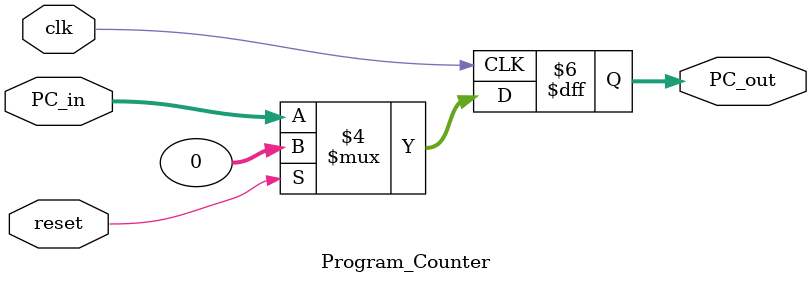
<source format=v>
module Program_Counter (clk, reset, PC_in, PC_out);

    input clk, reset;
    input [31:0] PC_in;
    output reg [31:0] PC_out;

    always @ (posedge clk)
    begin
        if(reset==1'b1)
            PC_out <= 32'h0;
        else
            PC_out <= PC_in;
    end
endmodule
</source>
